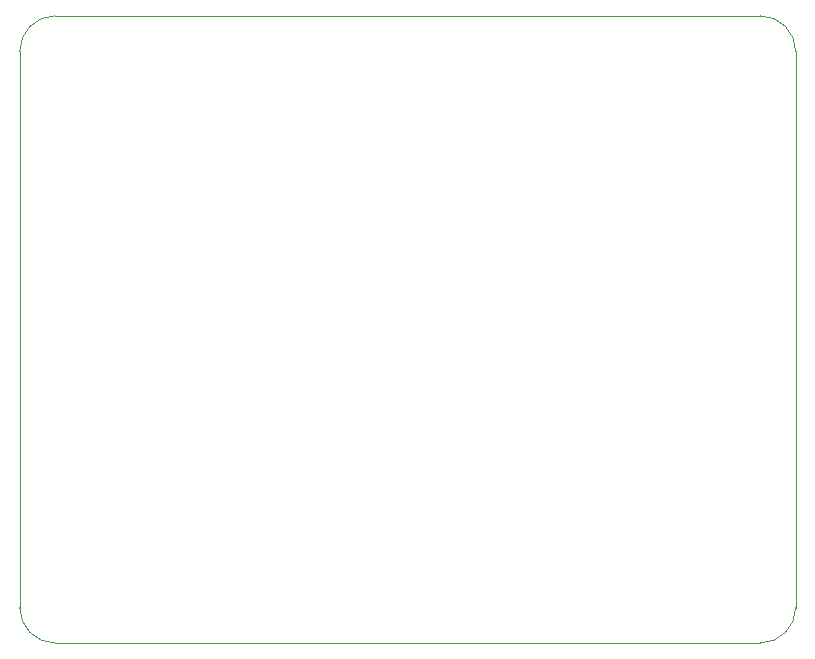
<source format=gbr>
%TF.GenerationSoftware,KiCad,Pcbnew,9.0.0*%
%TF.CreationDate,2025-07-15T18:26:09+02:00*%
%TF.ProjectId,RP2040,52503230-3430-42e6-9b69-6361645f7063,rev?*%
%TF.SameCoordinates,Original*%
%TF.FileFunction,Profile,NP*%
%FSLAX46Y46*%
G04 Gerber Fmt 4.6, Leading zero omitted, Abs format (unit mm)*
G04 Created by KiCad (PCBNEW 9.0.0) date 2025-07-15 18:26:09*
%MOMM*%
%LPD*%
G01*
G04 APERTURE LIST*
%TA.AperFunction,Profile*%
%ADD10C,0.050000*%
%TD*%
G04 APERTURE END LIST*
D10*
X118200000Y-87000000D02*
G75*
G02*
X115200000Y-84000000I0J3000000D01*
G01*
X177900000Y-33900000D02*
G75*
G02*
X180900000Y-36900000I0J-3000000D01*
G01*
X180900000Y-36900000D02*
X180900000Y-84000000D01*
X115200000Y-36900000D02*
G75*
G02*
X118200000Y-33900000I3000000J0D01*
G01*
X118200000Y-33900000D02*
X177900000Y-33900000D01*
X177900000Y-87000000D02*
X118200000Y-87000000D01*
X115200000Y-84000000D02*
X115200000Y-36900000D01*
X180900000Y-84000000D02*
G75*
G02*
X177900000Y-87000000I-3000000J0D01*
G01*
M02*

</source>
